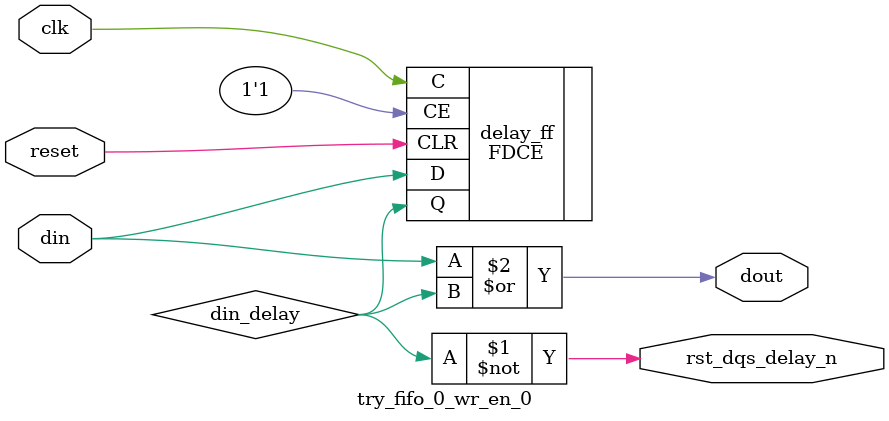
<source format=v>

`timescale 1ns/100ps
module try_fifo_0_wr_en_0
  (
   input  clk,
   input  reset,
   input  din,
   output rst_dqs_delay_n,
   output dout
   );

   wire din_delay;

   localparam TIE_HIGH = 1'b1;

   assign rst_dqs_delay_n = ~din_delay;
   assign dout            = (din | (din_delay));
   
   FDCE delay_ff
     (
      .Q  (din_delay),
      .C  (clk),
      .CE (TIE_HIGH),
      .CLR(reset),
      .D  (din)
      );

endmodule

</source>
